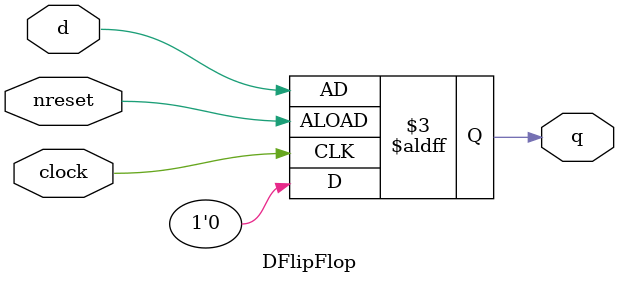
<source format=v>
`timescale 1ns / 1ps


module DFlipFlop(
    output q,
    input clock,
    input nreset,
    input d
    );
    
    reg q;
    
    always @(posedge clock or posedge nreset)
    begin
        if (nreset == 1)
            q = d;
        else
            q = 0;
    end
endmodule

</source>
